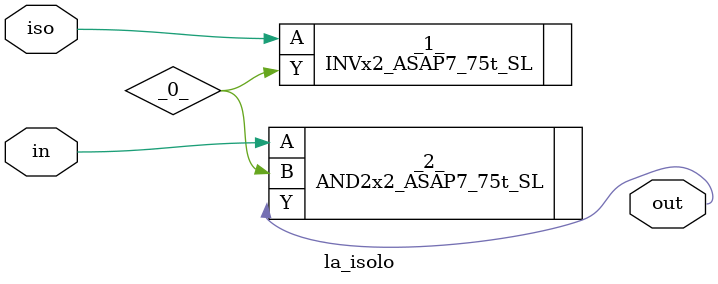
<source format=v>

/* Generated by Yosys 0.40 (git sha1 a1bb0255d, g++ 11.4.0-1ubuntu1~22.04 -fPIC -Os) */

module la_isolo(iso, in, out);
  wire _0_;
  input in;
  wire in;
  input iso;
  wire iso;
  output out;
  wire out;
  INVx2_ASAP7_75t_SL _1_ (
    .A(iso),
    .Y(_0_)
  );
  AND2x2_ASAP7_75t_SL _2_ (
    .A(in),
    .B(_0_),
    .Y(out)
  );
endmodule

</source>
